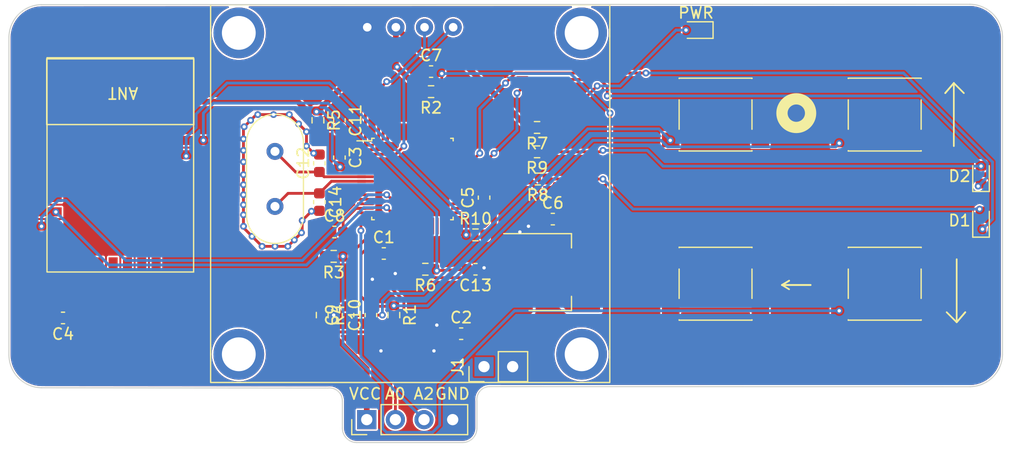
<source format=kicad_pcb>
(kicad_pcb (version 20211014) (generator pcbnew)
  (layers (0 "F.Cu" signal) (31 "B.Cu" signal) (34 "B.Paste" user) (35 "F.Paste" user) (36 "B.SilkS" user "B.Silkscreen") (37 "F.SilkS" user "F.Silkscreen") (38 "B.Mask" user) (39 "F.Mask" user) (44 "Edge.Cuts" user))
  (net 0 "")
  (net 1 "GND")
  (net 2 "VCC")
  (net 3 "+BATT")
  (net 4 "/INT3")
  (net 5 "/INT0")
  (net 6 "/INT1")
  (net 7 "/INT2")
  (net 8 "Net-(C11-Pad2)")
  (net 9 "/OSC_OUT")
  (net 10 "/RST")
  (net 11 "/OSC_IN")
  (net 12 "Net-(D1-Pad2)")
  (net 13 "/LED1")
  (net 14 "Net-(D2-Pad2)")
  (net 15 "/LED2")
  (net 16 "Net-(D3-Pad2)")
  (net 17 "/PA0")
  (net 18 "/PA2")
  (net 19 "/SCL")
  (net 20 "/SDA")
  (net 21 "/WAKE")
  (net 24 "/RX")
  (net 25 "/TX")
  (footprint "Capacitor_SMD:C_0603_1608Metric" (layer "F.Cu") (at 125.095 117.983)
    (fp_text reference "C2")
    (fp_text value "100n")
  )
  (footprint "Package_TO_SOT_SMD:SOT-223-3_TabPin2" (layer "F.Cu") (at 132.969 112.522)
    (fp_text reference "U1" hide)
    (fp_text value "AMS1117-3.3")
  )
  (footprint "Capacitor_SMD:C_0603_1608Metric" (layer "F.Cu") (at 127.127 105.918 90)
    (fp_text reference "C5")
    (fp_text value "100n")
  )
  (footprint "LED_SMD:LED_0603_1608Metric" (layer "F.Cu") (at 171.196 103.886 90)
    (fp_text reference "D3" hide)
    (fp_text value "LED")
  )
  (footprint "Resistor_SMD:R_0603_1608Metric" (layer "F.Cu") (at 112.395 99.06 -90)
    (fp_text reference "R5")
    (fp_text value "10K")
  )
  (footprint "Connector_PinHeader_2.54mm:PinHeader_1x04_P2.54mm_Vertical" (layer "F.Cu") (at 116.723 125.603 90)
    (fp_text reference "J2" hide)
    (fp_text value "Conn_01x04")
  )
  (footprint "Capacitor_SMD:C_0603_1608Metric" (layer "F.Cu") (at 126.365 112.268 180)
    (fp_text reference "C13")
    (fp_text value "100n")
  )
  (footprint "Resistor_SMD:R_0603_1608Metric" (layer "F.Cu") (at 113.792 111.125 180)
    (fp_text reference "R3")
    (fp_text value "10K")
  )
  (footprint "Resistor_SMD:R_0603_1608Metric" (layer "F.Cu") (at 131.826 101.854 180)
    (fp_text reference "R9")
    (fp_text value "1K")
  )
  (footprint "MyLib:1.3-in OLED" (layer "F.Cu") (at 120.577 105.559)
    (fp_text reference "J3" hide)
    (fp_text value "Conn_01x04")
  )
  (footprint "Button_Switch_SMD:SW_Push_1P1T_NO_6x6mm_H9.5mm" (layer "F.Cu") (at 162.654 98.552)
    (fp_text reference "SW1" hide)
    (fp_text value "SW_Push")
  )
  (footprint "Capacitor_SMD:C_0603_1608Metric" (layer "F.Cu") (at 122.428 94.742)
    (fp_text reference "C7")
    (fp_text value "100n")
  )
  (footprint "LED_SMD:LED_0603_1608Metric" (layer "F.Cu") (at 145.9485 91.059 180)
    (fp_text reference "D1" hide)
    (fp_text value "LED")
  )
  (footprint "Resistor_SMD:R_0603_1608Metric" (layer "F.Cu") (at 131.89 104.267 180)
    (fp_text reference "R8")
    (fp_text value "1K")
  )
  (footprint "Capacitor_SMD:C_0603_1608Metric" (layer "F.Cu") (at 133.223 107.823)
    (fp_text reference "C6")
    (fp_text value "100n")
  )
  (footprint "Button_Switch_SMD:SW_Push_1P1T_NO_6x6mm_H9.5mm" (layer "F.Cu") (at 147.654 98.552)
    (fp_text reference "SW4" hide)
    (fp_text value "SW_Push")
  )
  (footprint "Resistor_SMD:R_0603_1608Metric" (layer "F.Cu") (at 131.826 99.695 180)
    (fp_text reference "R7")
    (fp_text value "1K")
  )
  (footprint "Capacitor_SMD:C_0603_1608Metric" (layer "F.Cu") (at 117.094 116.332 90)
    (fp_text reference "C10")
    (fp_text value "100n")
  )
  (footprint "LED_SMD:LED_0603_1608Metric" (layer "F.Cu") (at 171.196 107.936 90)
    (fp_text reference "D2" hide)
    (fp_text value "LED")
  )
  (footprint "Capacitor_SMD:C_0603_1608Metric" (layer "F.Cu") (at 118.237 110.871)
    (fp_text reference "C1")
    (fp_text value "100n")
  )
  (footprint "Resistor_SMD:R_0603_1608Metric" (layer "F.Cu") (at 112.776 116.332 -90)
    (fp_text reference "R4")
    (fp_text value "10K")
  )
  (footprint "Resistor_SMD:R_0603_1608Metric" (layer "F.Cu") (at 119.126 116.332 -90)
    (fp_text reference "R1")
    (fp_text value "10K")
  )
  (footprint "Package_QFP:LQFP-64_7x7mm_P0.4mm" (layer "F.Cu") (at 120.777 104.267)
    (fp_text reference "U3" hide)
    (fp_text value "HT66F2390")
  )
  (footprint "Capacitor_SMD:C_0603_1608Metric" (layer "F.Cu") (at 112.522 106.312 -90)
    (fp_text reference "C14")
    (fp_text value "10p")
  )
  (footprint "Connector_PinHeader_2.54mm:PinHeader_1x02_P2.54mm_Vertical" (layer "F.Cu") (at 127.122 120.904 90)
    (fp_text reference "J1")
    (fp_text value "Conn_01x02")
  )
  (footprint "MyLib:E103-W05" (layer "F.Cu") (at 101.369 112.512 180)
    (fp_text reference "U2" hide)
    (fp_text value "E103-W05")
  )
  (footprint "Resistor_SMD:R_0603_1608Metric" (layer "F.Cu") (at 122.428 96.52 180)
    (fp_text reference "R2")
    (fp_text value "10K")
  )
  (footprint "Capacitor_SMD:C_0603_1608Metric" (layer "F.Cu") (at 115.062 116.332 90)
    (fp_text reference "C9")
    (fp_text value "100n")
  )
  (footprint "Button_Switch_SMD:SW_Push_1P1T_NO_6x6mm_H9.5mm" (layer "F.Cu") (at 147.654 113.552)
    (fp_text reference "SW2" hide)
    (fp_text value "SW_Push")
  )
  (footprint "Capacitor_SMD:C_0603_1608Metric" (layer "F.Cu") (at 113.855 108.966)
    (fp_text reference "C8")
    (fp_text value "100n")
  )
  (footprint "Resistor_SMD:R_0603_1608Metric" (layer "F.Cu") (at 121.92 112.268 180)
    (fp_text reference "R6")
    (fp_text value "10K")
  )
  (footprint "Capacitor_SMD:C_0603_1608Metric" (layer "F.Cu") (at 114.3 99.06 -90)
    (fp_text reference "C11")
    (fp_text value "100n")
  )
  (footprint "Capacitor_SMD:C_0603_1608Metric" (layer "F.Cu") (at 112.522 102.87 90)
    (fp_text reference "C12")
    (fp_text value "10p")
  )
  (footprint "Crystal:Crystal_HC49-4H_Vertical" (layer "F.Cu") (at 108.585 101.817 -90)
    (fp_text reference "Y1" hide)
    (fp_text value "11.0592M")
  )
  (footprint "Capacitor_SMD:C_0603_1608Metric" (layer "F.Cu") (at 114.3 102.362 -90)
    (fp_text reference "C3")
    (fp_text value "100n")
  )
  (footprint "Capacitor_SMD:C_0603_1608Metric" (layer "F.Cu") (at 89.789 116.586 180)
    (fp_text reference "C4")
    (fp_text value "100n")
  )
  (footprint "Resistor_SMD:R_0603_1608Metric" (layer "F.Cu") (at 126.365 109.22)
    (fp_text reference "R10")
    (fp_text value "10K")
  )
  (footprint "Button_Switch_SMD:SW_Push_1P1T_NO_6x6mm_H9.5mm" (layer "F.Cu") (at 162.654 113.552)
    (fp_text reference "SW3" hide)
    (fp_text value "SW_Push")
  )
  (gr_line (start 156.083 113.665) (end 153.543 113.665) (layer "F.SilkS") (width 0.15))
  (gr_line (start 154.178 113.284) (end 153.543 113.665) (layer "F.SilkS") (width 0.15))
  (gr_line (start 169.037 116.967) (end 169.799 116.078) (layer "F.SilkS") (width 0.15))
  (gr_line (start 153.543 113.665) (end 154.178 113.284) (layer "F.SilkS") (width 0.15))
  (gr_line (start 169.037 111.379) (end 169.037 116.967) (layer "F.SilkS") (width 0.15))
  (gr_line (start 169.037 116.967) (end 168.148 116.078) (layer "F.SilkS") (width 0.15))
  (gr_line (start 153.543 113.665) (end 154.178 114.046) (layer "F.SilkS") (width 0.15))
  (gr_circle (center 154.813 98.425) (end 156.083 98.425) (layer "F.SilkS") (width 1) (fill none))
  (gr_line (start 153.543 113.665) (end 156.083 113.665) (layer "F.SilkS") (width 0.15))
  (gr_line (start 168.021 96.647) (end 168.783 95.758) (layer "F.SilkS") (width 0.15))
  (gr_line (start 168.783 95.758) (end 169.672 96.647) (layer "F.SilkS") (width 0.15))
  (gr_line (start 169.799 116.078) (end 169.037 116.967) (layer "F.SilkS") (width 0.15))
  (gr_line (start 168.783 95.758) (end 168.021 96.647) (layer "F.SilkS") (width 0.15))
  (gr_line (start 168.783 101.346) (end 168.783 95.758) (layer "F.SilkS") (width 0.15))
  (gr_line (start 125.222 127.635) (end 115.824 127.635) (layer "Edge.Cuts") (width 0.1))
  (gr_line (start 114.563027 123.942974) (end 114.563026 126.355974) (layer "Edge.Cuts") (width 0.1))
  (gr_line (start 126.492001 123.952) (end 126.492 126.365) (layer "Edge.Cuts") (width 0.1))
  (gr_arc (start 126.492 126.365) (mid 126.120026 127.263026) (end 125.222 127.635) (layer "Edge.Cuts") (width 0.1))
  (gr_line (start 170.221711 122.682) (end 127.635 122.674967) (layer "Edge.Cuts") (width 0.1))
  (gr_line (start 173.100999 91.652289) (end 173.100999 119.802712) (layer "Edge.Cuts") (width 0.1))
  (gr_arc (start 170.221711 88.773001) (mid 172.245669 89.628331) (end 173.100999 91.652289) (layer "Edge.Cuts") (width 0.1))
  (gr_arc (start 126.492001 123.952) (mid 126.778078 123.058018) (end 127.635 122.674967) (layer "Edge.Cuts") (width 0.1))
  (gr_arc (start 113.285994 122.799975) (mid 114.179976 123.086052) (end 114.563027 123.942974) (layer "Edge.Cuts") (width 0.1))
  (gr_line (start 87.875958 88.80667) (end 170.221711 88.773001) (layer "Edge.Cuts") (width 0.1))
  (gr_arc (start 115.824 127.635) (mid 114.931276 127.254022) (end 114.563026 126.355974) (layer "Edge.Cuts") (width 0.1))
  (gr_line (start 84.99667 91.685958) (end 84.99667 119.896042) (layer "Edge.Cuts") (width 0.1))
  (gr_arc (start 84.99667 91.685958) (mid 85.852 89.662) (end 87.875958 88.80667) (layer "Edge.Cuts") (width 0.1))
  (gr_arc (start 87.875958 122.77533) (mid 85.852 121.92) (end 84.99667 119.896042) (layer "Edge.Cuts") (width 0.1))
  (gr_line (start 113.285994 122.799975) (end 87.875958 122.77533) (layer "Edge.Cuts") (width 0.1))
  (gr_arc (start 173.100999 119.802712) (mid 172.245669 121.82667) (end 170.221711 122.682) (layer "Edge.Cuts") (width 0.1))
  (gr_text "PWR" (at 145.923 89.535) (layer "F.SilkS") (effects (font (size 1 1))))
  (gr_text "GND" (at 124.333 123.317) (layer "F.SilkS") (effects (font (size 1 1))))
  (gr_text "D2" (at 169.291 104.013) (layer "F.SilkS") (effects (font (size 1 1))))
  (gr_text "A2" (at 121.793 123.317) (layer "F.SilkS") (effects (font (size 1 1))))
  (gr_text "VCC" (at 116.586 123.317) (layer "F.SilkS") (effects (font (size 1 1))))
  (gr_text "D1" (at 169.291 107.95) (layer "F.SilkS") (effects (font (size 1 1))))
  (gr_text "A0" (at 119.253 123.317) (layer "F.SilkS") (effects (font (size 1 1))))
  (segment (start 110.6805 99.3775) (end 111.379 100.076) (width 0.25) (layer "F.Cu") (net 1))
  (segment (start 111.861 107.087) (end 111.8235 107.1245) (width 0.25) (layer "F.Cu") (net 1))
  (segment (start 106.553 109.347) (end 105.791 108.585) (width 0.25) (layer "F.Cu") (net 1))
  (segment (start 105.791 107.442) (end 105.791 106.553) (width 0.25) (layer "F.Cu") (net 1))
  (segment (start 112.128 102.095) (end 112.522 102.095) (width 0.25) (layer "F.Cu") (net 1))
  (segment (start 105.791 104.775) (end 105.791 103.886) (width 0.25) (layer "F.Cu") (net 1))
  (segment (start 105.791 102.743) (end 105.791 101.727) (width 0.25) (layer "F.Cu") (net 1))
  (segment (start 110.998 108.966) (end 110.9345 109.0295) (width 0.25) (layer "F.Cu") (net 1))
  (segment (start 111.8235 107.1245) (end 110.998 107.95) (width 0.25) (layer "F.Cu") (net 1))
  (segment (start 105.791 101.727) (end 105.791 100.711) (width 0.25) (layer "F.Cu") (net 1))
  (segment (start 107.442 110.236) (end 106.553 109.347) (width 0.25) (layer "F.Cu") (net 1))
  (segment (start 106.934 98.552) (end 107.061 98.552) (width 0.25) (layer "F.Cu") (net 1))
  (segment (start 109.728 110.236) (end 108.585 110.236) (width 0.25) (layer "F.Cu") (net 1))
  (segment (start 106.426 99.06) (end 106.934 98.552) (width 0.25) (layer "F.Cu") (net 1))
  (segment (start 107.061 98.552) (end 108.458 98.552) (width 0.25) (layer "F.Cu") (net 1))
  (segment (start 105.791 100.711) (end 105.791 99.695) (width 0.25) (layer "F.Cu") (net 1))
  (segment (start 108.458 98.552) (end 109.855 98.552) (width 0.25) (layer "F.Cu") (net 1))
  (segment (start 110.2995 109.6645) (end 109.728 110.236) (width 0.25) (layer "F.Cu") (net 1))
  (segment (start 105.791 99.695) (end 105.8545 99.6315) (width 0.25) (layer "F.Cu") (net 1))
  (segment (start 112.522 107.087) (end 111.861 107.087) (width 0.25) (layer "F.Cu") (net 1))
  (segment (start 109.855 98.552) (end 110.6805 99.3775) (width 0.25) (layer "F.Cu") (net 1))
  (segment (start 105.791 108.458) (end 105.791 107.442) (width 0.25) (layer "F.Cu") (net 1))
  (segment (start 108.585 110.236) (end 107.442 110.236) (width 0.25) (layer "F.Cu") (net 1))
  (segment (start 110.9345 109.0295) (end 110.2995 109.6645) (width 0.25) (layer "F.Cu") (net 1))
  (segment (start 105.791 108.585) (end 105.791 108.458) (width 0.25) (layer "F.Cu") (net 1))
  (segment (start 105.791 105.664) (end 105.791 104.775) (width 0.25) (layer "F.Cu") (net 1))
  (segment (start 105.8545 99.6315) (end 106.426 99.06) (width 0.25) (layer "F.Cu") (net 1))
  (segment (start 111.379 101.346) (end 112.014 101.981) (width 0.25) (layer "F.Cu") (net 1))
  (segment (start 105.791 103.886) (end 105.791 102.743) (width 0.25) (layer "F.Cu") (net 1))
  (segment (start 111.379 100.076) (end 111.379 101.346) (width 0.25) (layer "F.Cu") (net 1))
  (segment (start 105.791 106.553) (end 105.791 105.664) (width 0.25) (layer "F.Cu") (net 1))
  (segment (start 112.014 101.981) (end 112.128 102.095) (width 0.25) (layer "F.Cu") (net 1))
  (segment (start 110.998 107.95) (end 110.998 108.966) (width 0.25) (layer "F.Cu") (net 1))
  (via (at 117.983 119.507) (size 0.6) (drill 0.3) (layers "F.Cu" "B.Cu") (net 1))
  (via (at 110.6805 99.3775) (size 0.6) (drill 0.3) (layers "F.Cu" "B.Cu") (net 1))
  (via (at 112.014 101.981) (size 0.6) (drill 0.3) (layers "F.Cu" "B.Cu") (net 1))
  (via (at 131.064 108.458) (size 0.6) (drill 0.3) (layers "F.Cu" "B.Cu") (net 1))
  (via (at 130.302 108.966) (size 0.6) (drill 0.3) (layers "F.Cu" "B.Cu") (net 1))
  (via (at 106.553 109.347) (size 0.6) (drill 0.3) (layers "F.Cu" "B.Cu") (net 1))
  (via (at 105.791 108.458) (size 0.6) (drill 0.3) (layers "F.Cu" "B.Cu") (net 1))
  (via (at 105.8545 99.6315) (size 0.6) (drill 0.3) (layers "F.Cu" "B.Cu") (net 1))
  (via (at 105.791 101.727) (size 0.6) (drill 0.3) (layers "F.Cu" "B.Cu") (net 1))
  (via (at 105.791 106.553) (size 0.6) (drill 0.3) (layers "F.Cu" "B.Cu") (net 1))
  (via (at 113.792 116.332) (size 0.6) (drill 0.3) (layers "F.Cu" "B.Cu") (net 1))
  (via (at 105.791 100.711) (size 0.6) (drill 0.3) (layers "F.Cu" "B.Cu") (net 1))
  (via (at 109.855 98.552) (size 0.6) (drill 0.3) (layers "F.Cu" "B.Cu") (net 1))
  (via (at 108.458 98.552) (size 0.6) (drill 0.3) (layers "F.Cu" "B.Cu") (net 1))
  (via (at 108.585 110.236) (size 0.6) (drill 0.3) (layers "F.Cu" "B.Cu") (net 1))
  (via (at 105.791 105.664) (size 0.6) (drill 0.3) (layers "F.Cu" "B.Cu") (net 1))
  (via (at 111.379 100.076) (size 0.6) (drill 0.3) (layers "F.Cu" "B.Cu") (net 1))
  (via (at 107.061 98.552) (size 0.6) (drill 0.3) (layers "F.Cu" "B.Cu") (net 1))
  (via (at 111.8235 107.1245) (size 0.6) (drill 0.3) (layers "F.Cu" "B.Cu") (net 1))
  (via (at 122.936 117.221) (size 0.6) (drill 0.3) (layers "F.Cu" "B.Cu") (net 1))
  (via (at 110.2995 109.6645) (size 0.6) (drill 0.3) (layers "F.Cu" "B.Cu") (net 1))
  (via (at 109.728 110.236) (size 0.6) (drill 0.3) (layers "F.Cu" "B.Cu") (net 1))
  (via (at 107.442 110.236) (size 0.6) (drill 0.3) (layers "F.Cu" "B.Cu") (net 1))
  (via (at 111.379 101.346) (size 0.6) (drill 0.3) (layers "F.Cu" "B.Cu") (net 1))
  (via (at 127.127 112.141) (size 0.6) (drill 0.3) (layers "F.Cu" "B.Cu") (net 1))
  (via (at 110.998 107.95) (size 0.6) (drill 0.3) (layers "F.Cu" "B.Cu") (net 1))
  (via (at 117.221 113.157) (size 0.6) (drill 0.3) (layers "F.Cu" "B.Cu") (net 1))
  (via (at 105.791 102.743) (size 0.6) (drill 0.3) (layers "F.Cu" "B.Cu") (net 1))
  (via (at 119.253 112.649) (size 0.6) (drill 0.3) (layers "F.Cu" "B.Cu") (net 1))
  (via (at 110.9345 109.0295) (size 0.6) (drill 0.3) (layers "F.Cu" "B.Cu") (net 1))
  (via (at 105.791 103.886) (size 0.6) (drill 0.3) (layers "F.Cu" "B.Cu") (net 1))
  (via (at 105.791 104.775) (size 0.6) (drill 0.3) (layers "F.Cu" "B.Cu") (net 1))
  (via (at 105.791 107.442) (size 0.6) (drill 0.3) (layers "F.Cu" "B.Cu") (net 1))
  (via (at 106.426 99.06) (size 0.6) (drill 0.3) (layers "F.Cu" "B.Cu") (net 1))
  (via (at 122.682 119.507) (size 0.6) (drill 0.3) (layers "F.Cu" "B.Cu") (net 1))
  (segment (start 114.357 103.194) (end 114.43 103.267) (width 0.25) (layer "F.Cu") (net 2))
  (segment (start 119.012 110.871) (end 119.777 110.106) (width 0.25) (layer "F.Cu") (net 2))
  (segment (start 86.614 103.893978) (end 86.614 114.186) (width 0.5) (layer "F.Cu") (net 2))
  (segment (start 114.43 103.267) (end 116.602 103.267) (width 0.25) (layer "F.Cu") (net 2))
  (segment (start 129.819 112.522) (end 129.32348 113.01752) (width 0.25) (layer "F.Cu") (net 2))
  (segment (start 119.307 94.224) (end 119.307 90.809) (width 0.5) (layer "F.Cu") (net 2))
  (segment (start 131.065 104.267) (end 128.003 104.267) (width 0.5) (layer "F.Cu") (net 2))
  (segment (start 112.395 98.235) (end 111.443 98.235) (width 0.5) (layer "F.Cu") (net 2))
  (segment (start 133.998 107.2) (end 131.065 104.267) (width 0.5) (layer "F.Cu") (net 2))
  (segment (start 131.065 104.267) (end 131.065 99.759) (width 0.5) (layer "F.Cu") (net 2))
  (segment (start 136.119 112.522) (end 136.119 109.944) (width 0.5) (layer "F.Cu") (net 2))
  (segment (start 119.412 94.329) (end 119.307 94.224) (width 0.5) (layer "F.Cu") (net 2))
  (segment (start 113.45052 117.83152) (end 112.776 117.157) (width 0.25) (layer "F.Cu") (net 2))
  (segment (start 119.126 117.157) (end 118.45148 117.83152) (width 0.25) (layer "F.Cu") (net 2))
  (segment (start 119.777 110.106) (end 119.777 108.442) (width 0.25) (layer "F.Cu") (net 2))
  (segment (start 133.998 107.823) (end 133.998 107.2) (width 0.5) (layer "F.Cu") (net 2))
  (segment (start 116.301 94.329) (end 112.395 98.235) (width 0.5) (layer "F.Cu") (net 2))
  (segment (start 104.282025 117.157) (end 112.776 117.157) (width 0.5) (layer "F.Cu") (net 2))
  (segment (start 111.443 98.235) (end 110.617 97.409) (width 0.5) (layer "F.Cu") (net 2))
  (segment (start 86.614 114.186) (end 89.014 116.586) (width 0.5) (layer "F.Cu") (net 2))
  (segment (start 90.815 103.368) (end 88.369 103.368) (width 0.5) (layer "F.Cu") (net 2))
  (segment (start 121.589 93.091) (end 119.307 90.809) (width 0.5) (layer "F.Cu") (net 2))
  (segment (start 112.967 111.125) (end 111.76 112.332) (width 0.25) (layer "F.Cu") (net 2))
  (segment (start 114.3 103.137) (end 114.357 103.194) (width 0.25) (layer "F.Cu") (net 2))
  (segment (start 116.723 121.104) (end 112.776 117.157) (width 0.5) (layer "F.Cu") (net 2))
  (segment (start 110.617 97.409) (end 96.774 97.409) (width 0.5) (layer "F.Cu") (net 2))
  (segment (start 111.76 112.332) (end 111.76 116.141) (width 0.25) (layer "F.Cu") (net 2))
  (segment (start 103.964025 117.475) (end 104.282025 117.157) (width 0.5) (layer "F.Cu") (net 2))
  (segment (start 128.00152 106.01752) (end 127.127 105.143) (width 0.5) (layer "F.Cu") (net 2))
  (segment (start 121.84452 113.01752) (end 129.32348 113.01752) (width 0.25) (layer "F.Cu") (net 2))
  (segment (start 119.412 94.329) (end 116.301 94.329) (width 0.5) (layer "F.Cu") (net 2))
  (segment (start 128.00152 108.40848) (end 128.00152 106.01752) (width 0.5) (layer "F.Cu") (net 2))
  (segment (start 124.952 104.867) (end 126.851 104.867) (width 0.25) (layer "F.Cu") (net 2))
  (segment (start 131.065 99.759) (end 131.001 99.695) (width 0.5) (layer "F.Cu") (net 2))
  (segment (start 131.001 99.695) (end 124.397 93.091) (width 0.5) (layer "F.Cu") (net 2))
  (segment (start 96.774 97.409) (end 90.815 103.368) (width 0.5) (layer "F.Cu") (net 2))
  (segment (start 127.19 109.22) (end 128.00152 108.40848) (width 0.5) (layer "F.Cu") (net 2))
  (segment (start 119.698 110.871) (end 121.095 112.268) (width 0.25) (layer "F.Cu") (net 2))
  (segment (start 89.014 116.586) (end 89.903 117.475) (width 0.5) (layer "F.Cu") (net 2))
  (segment (start 118.45148 117.83152) (end 113.45052 117.83152) (width 0.25) (layer "F.Cu") (net 2))
  (segment (start 88.369 103.368) (end 87.139978 103.368) (width 0.5) (layer "F.Cu") (net 2))
  (segment (start 136.119 109.944) (end 133.998 107.823) (width 0.5) (layer "F.Cu") (net 2))
  (segment (start 87.139978 103.368) (end 86.614 103.893978) (width 0.5) (layer "F.Cu") (net 2))
  (segment (start 121.095 112.268) (end 121.84452 113.01752) (width 0.25) (layer "F.Cu") (net 2))
  (segment (start 119.012 110.871) (end 119.698 110.871) (width 0.25) (layer "F.Cu") (net 2))
  (segment (start 111.76 116.141) (end 112.776 117.157) (width 0.25) (layer "F.Cu") (net 2))
  (segment (start 121.603 96.52) (end 119.412 94.329) (width 0.5) (layer "F.Cu") (net 2))
  (segment (start 89.903 117.475) (end 103.964025 117.475) (width 0.5) (layer "F.Cu") (net 2))
  (segment (start 126.851 104.867) (end 127.127 105.143) (width 0.25) (layer "F.Cu") (net 2))
  (segment (start 124.397 93.091) (end 121.589 93.091) (width 0.5) (layer "F.Cu") (net 2))
  (segment (start 128.003 104.267) (end 127.127 105.143) (width 0.5) (layer "F.Cu") (net 2))
  (segment (start 116.723 125.603) (end 116.723 121.104) (width 0.5) (layer "F.Cu") (net 2))
  (via (at 112.268 98.298) (size 0.6) (drill 0.3) (layers "F.Cu" "B.Cu") (net 2))
  (via (at 119.412 94.329) (size 0.6) (drill 0.3) (layers "F.Cu" "B.Cu") (net 2))
  (via (at 114.357 103.194) (size 0.6) (drill 0.3) (layers "F.Cu" "B.Cu") (net 2))
  (segment (start 113.665 102.502) (end 113.665 99.187) (width 0.25) (layer "B.Cu") (net 2))
  (segment (start 112.776 98.298) (end 112.268 98.298) (width 0.25) (layer "B.Cu") (net 2))
  (segment (start 113.665 99.187) (end 112.776 98.298) (width 0.25) (layer "B.Cu") (net 2))
  (segment (start 114.357 103.194) (end 113.665 102.502) (width 0.25) (layer "B.Cu") (net 2))
  (segment (start 143.679 115.802) (end 151.629 115.802) (width 0.25) (layer "F.Cu") (net 4))
  (segment (start 123.377 100.092) (end 123.377 94.916) (width 0.25) (layer "F.Cu") (net 4))
  (segment (start 138.303 98.425) (end 138.303 110.426) (width 0.25) (layer "F.Cu") (net 4))
  (segment (start 123.377 94.916) (end 123.203 94.742) (width 0.25) (layer "F.Cu") (net 4))
  (segment (start 138.303 110.426) (end 143.679 115.802) (width 0.25) (layer "F.Cu") (net 4))
  (via (at 138.303 98.425) (size 0.6) (drill 0.3) (layers "F.Cu" "B.Cu") (net 4))
  (via (at 123.377 94.916) (size 0.6) (drill 0.3) (layers "F.Cu" "B.Cu") (net 4))
  (segment (start 123.377 94.916) (end 134.794 94.916) (width 0.25) (layer "B.Cu") (net 4))
  (segment (start 134.794 94.916) (end 138.303 98.425) (width 0.25) (layer "B.Cu") (net 4))
  (segment (start 115.774422 106.867) (end 116.602 106.867) (width 0.25) (layer "F.Cu") (net 5))
  (segment (start 114.63 108.011422) (end 115.774422 106.867) (width 0.25) (layer "F.Cu") (net 5))
  (segment (start 114.63 108.966) (end 114.63 111.112) (width 0.25) (layer "F.Cu") (net 5))
  (segment (start 114.63 108.966) (end 114.63 108.011422) (width 0.25) (layer "F.Cu") (net 5))
  (segment (start 114.63 111.112) (end 114.617 111.125) (width 0.25) (layer "F.Cu") (net 5))
  (segment (start 158.679 115.802) (end 166.629 115.802) (width 0.25) (layer "F.Cu") (net 5))
  (via (at 114.617 111.125) (size 0.6) (drill 0.3) (layers "F.Cu" "B.Cu") (net 5))
  (via (at 158.623 115.951) (size 0.6) (drill 0.3) (layers "F.Cu" "B.Cu") (net 5))
  (segment (start 118.138489 126.393489) (end 118.472511 126.727511) (width 0.25) (layer "B.Cu") (net 5))
  (segment (start 123.19 122.586978) (end 129.190978 116.586) (width 0.25) (layer "B.Cu") (net 5))
  (segment (start 129.825978 115.951) (end 158.623 115.951) (width 0.25) (layer "B.Cu") (net 5))
  (segment (start 122.559767 126.727511) (end 123.19 126.097278) (width 0.25) (layer "B.Cu") (net 5))
  (segment (start 114.617 118.982006) (end 118.138489 122.503495) (width 0.25) (layer "B.Cu") (net 5))
  (segment (start 114.617 111.125) (end 114.617 118.982006) (width 0.25) (layer "B.Cu") (net 5))
  (segment (start 118.138489 122.503495) (end 118.138489 126.393489) (width 0.25) (layer "B.Cu") (net 5))
  (segment (start 118.472511 126.727511) (end 122.559767 126.727511) (width 0.25) (layer "B.Cu") (net 5))
  (segment (start 123.19 126.097278) (end 123.19 122.586978) (width 0.25) (layer "B.Cu") (net 5))
  (segment (start 129.190978 116.586) (end 129.825978 115.951) (width 0.25) (layer "B.Cu") (net 5))
  (segment (start 143.673 100.802) (end 151.629 100.802) (width 0.25) (layer "F.Cu") (net 6))
  (segment (start 115.88748 116.38248) (end 118.11 116.332) (width 0.25) (layer "F.Cu") (net 6))
  (segment (start 115.3095 115.3095) (end 115.062 115.557) (width 0.25) (layer "F.Cu") (net 6))
  (segment (start 115.012 115.507) (end 115.062 115.557) (width 0.25) (layer "F.Cu") (net 6))
  (segment (start 112.776 115.507) (end 115.012 115.507) (width 0.25) (layer "F.Cu") (net 6))
  (segment (start 115.062 115.557) (end 115.88748 116.38248) (width 0.25) (layer "F.Cu") (net 6))
  (segment (start 115.316 110.903) (end 115.316 115.303) (width 0.25) (layer "F.Cu") (net 6))
  (segment (start 115.316 115.303) (end 115.3095 115.3095) (width 0.25) (layer "F.Cu") (net 6))
  (segment (start 118.11 116.332) (end 118.05952 116.38248) (width 0.25) (layer "F.Cu") (net 6))
  (segment (start 143.637 100.838) (end 143.673 100.802) (width 0.25) (layer "F.Cu") (net 6))
  (segment (start 117.777 108.442) (end 115.316 110.903) (width 0.25) (layer "F.Cu") (net 6))
  (via (at 143.637 100.838) (size 0.6) (drill 0.3) (layers "F.Cu" "B.Cu") (net 6))
  (via (at 118.11 116.332) (size 0.6) (drill 0.3) (layers "F.Cu" "B.Cu") (net 6))
  (segment (start 142.621 99.822) (end 143.637 100.838) (width 0.25) (layer "B.Cu") (net 6))
  (segment (start 118.745 114.427) (end 121.716482 114.427) (width 0.25) (layer "B.Cu") (net 6))
  (segment (start 118.11 116.332) (end 118.11 115.062) (width 0.25) (layer "B.Cu") (net 6))
  (segment (start 136.321482 99.822) (end 142.621 99.822) (width 0.25) (layer "B.Cu") (net 6))
  (segment (start 121.716482 114.427) (end 136.321482 99.822) (width 0.25) (layer "B.Cu") (net 6))
  (segment (start 118.11 115.062) (end 118.745 114.427) (width 0.25) (layer "B.Cu") (net 6))
  (segment (start 119.076 115.557) (end 119.126 115.507) (width 0.25) (layer "F.Cu") (net 7))
  (segment (start 158.679 100.802) (end 166.629 100.802) (width 0.25) (layer "F.Cu") (net 7))
  (segment (start 117.46252 110.12148) (end 117.030093 110.12148) (width 0.25) (layer "F.Cu") (net 7))
  (segment (start 118.177 109.407) (end 117.46252 110.12148) (width 0.25) (layer "F.Cu") (net 7))
  (segment (start 116.205 114.668) (end 117.094 115.557) (width 0.25) (layer "F.Cu") (net 7))
  (segment (start 116.205 110.946573) (end 116.205 114.668) (width 0.25) (layer "F.Cu") (net 7))
  (segment (start 117.030093 110.12148) (end 116.205 110.946573) (width 0.25) (layer "F.Cu") (net 7))
  (segment (start 117.094 115.557) (end 119.076 115.557) (width 0.25) (layer "F.Cu") (net 7))
  (segment (start 118.177 108.442) (end 118.177 109.407) (width 0.25) (layer "F.Cu") (net 7))
  (via (at 119.126 115.507) (size 0.6) (drill 0.3) (layers "F.Cu" "B.Cu") (net 7))
  (via (at 158.623 101.092) (size 0.6) (drill 0.3) (layers "F.Cu" "B.Cu") (net 7))
  (segment (start 143.399029 101.412511) (end 158.302489 101.412511) (width 0.25) (layer "B.Cu") (net 7))
  (segment (start 158.302489 101.412511) (end 158.623 101.092) (width 0.25) (layer "B.Cu") (net 7))
  (segment (start 122.11 115.507) (end 136.779 100.838) (width 0.25) (layer "B.Cu") (net 7))
  (segment (start 136.779 100.838) (end 142.824518 100.838) (width 0.25) (layer "B.Cu") (net 7))
  (segment (start 119.126 115.507) (end 122.11 115.507) (width 0.25) (layer "B.Cu") (net 7))
  (segment (start 142.824518 100.838) (end 143.399029 101.412511) (width 0.25) (layer "B.Cu") (net 7))
  (segment (start 114.25 99.885) (end 114.3 99.835) (width 0.25) (layer "F.Cu") (net 8))
  (segment (start 116.602 102.867) (end 116.60152 102.86748) (width 0.25) (layer "F.Cu") (net 8))
  (segment (start 112.395 99.885) (end 114.25 99.885) (width 0.25) (layer "F.Cu") (net 8))
  (segment (start 115.04952 100.58452) (end 114.3 99.835) (width 0.25) (layer "F.Cu") (net 8))
  (segment (start 116.60152 102.86748) (end 115.69448 102.86748) (width 0.25) (layer "F.Cu") (net 8))
  (segment (start 115.04952 102.22252) (end 115.04952 100.58452) (width 0.25) (layer "F.Cu") (net 8))
  (segment (start 115.69448 102.86748) (end 115.04952 102.22252) (width 0.25) (layer "F.Cu") (net 8))
  (segment (start 116.602 104.467) (end 113.592 104.467) (width 0.25) (layer "F.Cu") (net 9))
  (segment (start 109.745 105.537) (end 112.522 105.537) (width 0.25) (layer "F.Cu") (net 9))
  (segment (start 113.592 104.467) (end 112.522 105.537) (width 0.25) (layer "F.Cu") (net 9))
  (segment (start 108.585 106.697) (end 109.745 105.537) (width 0.25) (layer "F.Cu") (net 9))
  (segment (start 122.745 112.268) (end 122.936 112.395) (width 0.25) (layer "F.Cu") (net 10))
  (segment (start 122.936 112.395) (end 125.59 112.268) (width 0.25) (layer "F.Cu") (net 10))
  (segment (start 121.777 108.442) (end 121.777 111.3) (width 0.25) (layer "F.Cu") (net 10))
  (segment (start 121.777 111.3) (end 122.745 112.268) (width 0.25) (layer "F.Cu") (net 10))
  (via (at 122.936 112.395) (size 0.6) (drill 0.3) (layers "F.Cu" "B.Cu") (net 10))
  (via (at 102.235 100.838) (size 0.6) (drill 0.3) (layers "F.Cu" "B.Cu") (net 10))
  (segment (start 102.235 100.838) (end 102.235 100.965) (width 0.25) (layer "B.Cu") (net 10))
  (segment (start 103.124 97.536) (end 102.235 98.425) (width 0.25) (layer "B.Cu") (net 10))
  (segment (start 102.235 98.425) (end 102.235 100.838) (width 0.25) (layer "B.Cu") (net 10))
  (segment (start 122.936 112.395) (end 122.936 107.188) (width 0.25) (layer "B.Cu") (net 10))
  (segment (start 122.936 107.188) (end 113.284 97.536) (width 0.25) (layer "B.Cu") (net 10))
  (segment (start 113.284 97.536) (end 103.124 97.536) (width 0.25) (layer "B.Cu") (net 10))
  (segment (start 108.585 101.817) (end 110.413 103.645) (width 0.25) (layer "F.Cu") (net 11))
  (segment (start 110.413 103.645) (end 112.522 103.645) (width 0.25) (layer "F.Cu") (net 11))
  (segment (start 116.602 104.067) (end 112.944 104.067) (width 0.25) (layer "F.Cu") (net 11))
  (segment (start 112.944 104.067) (end 112.522 103.645) (width 0.25) (layer "F.Cu") (net 11))
  (segment (start 132.651 99.695) (end 133.477 99.695) (width 0.25) (layer "F.Cu") (net 12))
  (segment (start 133.477 99.695) (end 137.16 96.012) (width 0.25) (layer "F.Cu") (net 12))
  (via (at 145.034 91.059) (size 0.6) (drill 0.3) (layers "F.Cu" "B.Cu") (net 12))
  (via (at 137.16 96.012) (size 0.6) (drill 0.3) (layers "F.Cu" "B.Cu") (net 12))
  (segment (start 137.16 96.012) (end 139.192 96.012) (width 0.25) (layer "B.Cu") (net 12))
  (segment (start 139.192 96.012) (end 144.145 91.059) (width 0.25) (layer "B.Cu") (net 12))
  (segment (start 144.145 91.059) (end 145.034 91.059) (width 0.25) (layer "B.Cu") (net 12))
  (segment (start 137.397971 95.437489) (end 131.257511 95.437489) (width 0.25) (layer "F.Cu") (net 13))
  (segment (start 124.952 103.267) (end 126.73 103.267) (width 0.25) (layer "F.Cu") (net 13))
  (segment (start 138.049 96.901) (end 138.049 96.088518) (width 0.25) (layer "F.Cu") (net 13))
  (segment (start 126.73 103.267) (end 128.016 101.981) (width 0.25) (layer "F.Cu") (net 13))
  (segment (start 131.257511 95.437489) (end 130.048 96.647) (width 0.25) (layer "F.Cu") (net 13))
  (segment (start 138.049 96.088518) (end 137.397971 95.437489) (width 0.25) (layer "F.Cu") (net 13))
  (via (at 128.016 101.981) (size 0.6) (drill 0.3) (layers "F.Cu" "B.Cu") (net 13))
  (via (at 170.942 104.902) (size 0.6) (drill 0.3) (layers "F.Cu" "B.Cu") (net 13))
  (via (at 130.048 96.647) (size 0.6) (drill 0.3) (layers "F.Cu" "B.Cu") (net 13))
  (via (at 138.049 96.901) (size 0.6) (drill 0.3) (layers "F.Cu" "B.Cu") (net 13))
  (segment (start 171.770511 104.073489) (end 171.770511 102.886029) (width 0.25) (layer "B.Cu") (net 13))
  (segment (start 165.785482 96.901) (end 138.049 96.901) (width 0.25) (layer "B.Cu") (net 13))
  (segment (start 130.048 99.949) (end 128.016 101.981) (width 0.25) (layer "B.Cu") (net 13))
  (segment (start 170.942 104.902) (end 171.770511 104.073489) (width 0.25) (layer "B.Cu") (net 13))
  (segment (start 130.048 96.647) (end 130.048 99.949) (width 0.25) (layer "B.Cu") (net 13))
  (segment (start 171.770511 102.886029) (end 165.785482 96.901) (width 0.25) (layer "B.Cu") (net 13))
  (segment (start 132.715 104.267) (end 137.668 104.267) (width 0.25) (layer "F.Cu") (net 14))
  (via (at 171.069 106.934) (size 0.6) (drill 0.3) (layers "F.Cu" "B.Cu") (net 14))
  (via (at 137.668 104.267) (size 0.6) (drill 0.3) (layers "F.Cu" "B.Cu") (net 14))
  (segment (start 137.668 104.267) (end 140.335 106.934) (width 0.25) (layer "B.Cu") (net 14))
  (segment (start 140.335 106.934) (end 171.069 106.934) (width 0.25) (layer "B.Cu") (net 14))
  (segment (start 124.952 102.867) (end 125.86 102.867) (width 0.25) (layer "F.Cu") (net 15))
  (segment (start 125.86 102.867) (end 126.746 101.981) (width 0.25) (layer "F.Cu") (net 15))
  (segment (start 129.921 94.869) (end 129.032 95.758) (width 0.25) (layer "F.Cu") (net 15))
  (segment (start 141.478 94.869) (end 129.921 94.869) (width 0.25) (layer "F.Cu") (net 15))
  (via (at 171.323 108.712) (size 0.6) (drill 0.3) (layers "F.Cu" "B.Cu") (net 15))
  (via (at 126.746 101.981) (size 0.6) (drill 0.3) (layers "F.Cu" "B.Cu") (net 15))
  (via (at 141.478 94.869) (size 0.6) (drill 0.3) (layers "F.Cu" "B.Cu") (net 15))
  (via (at 129.032 95.758) (size 0.6) (drill 0.3) (layers "F.Cu" "B.Cu") (net 15))
  (segment (start 164.318488 94.869) (end 141.478 94.869) (width 0.25) (layer "B.Cu") (net 15))
  (segment (start 126.746 101.981) (end 126.746 98.044) (width 0.25) (layer "B.Cu") (net 15))
  (segment (start 126.746 98.044) (end 129.032 95.758) (width 0.25) (layer "B.Cu") (net 15))
  (segment (start 172.212 107.823) (end 172.212 102.762512) (width 0.25) (layer "B.Cu") (net 15))
  (segment (start 171.323 108.712) (end 172.212 107.823) (width 0.25) (layer "B.Cu") (net 15))
  (segment (start 172.212 102.762512) (end 164.318488 94.869) (width 0.25) (layer "B.Cu") (net 15))
  (segment (start 132.651 101.854) (end 137.541 101.854) (width 0.25) (layer "F.Cu") (net 16))
  (segment (start 137.541 101.854) (end 137.668 101.727) (width 0.25) (layer "F.Cu") (net 16))
  (via (at 171.196 103.124) (size 0.6) (drill 0.3) (layers "F.Cu" "B.Cu") (net 16))
  (via (at 137.668 101.727) (size 0.6) (drill 0.3) (layers "F.Cu" "B.Cu") (net 16))
  (segment (start 137.668 101.727) (end 141.605 101.727) (width 0.25) (layer "B.Cu") (net 16))
  (segment (start 143.002 103.124) (end 171.196 103.124) (width 0.25) (layer "B.Cu") (net 16))
  (segment (start 141.605 101.727) (end 143.002 103.124) (width 0.25) (layer "B.Cu") (net 16))
  (segment (start 118.18652 110.515053) (end 118.18652 113.23352) (width 0.25) (layer "F.Cu") (net 17))
  (segment (start 118.577 108.442) (end 118.577 110.124573) (width 0.25) (layer "F.Cu") (net 17))
  (segment (start 118.577 110.124573) (end 118.18652 110.515053) (width 0.25) (layer "F.Cu") (net 17))
  (segment (start 118.18652 113.23352) (end 120.015 115.062) (width 0.25) (layer "F.Cu") (net 17))
  (segment (start 119.263 119.624) (end 119.263 125.603) (width 0.25) (layer "F.Cu") (net 17))
  (segment (start 120.015 115.062) (end 120.015 118.872) (width 0.25) (layer "F.Cu") (net 17))
  (segment (start 120.015 118.872) (end 119.263 119.624) (width 0.25) (layer "F.Cu") (net 17))
  (segment (start 116.602 107.267) (end 116.205 107.664) (width 0.25) (layer "F.Cu") (net 18))
  (segment (start 116.205 107.664) (end 116.205 108.839) (width 0.25) (layer "F.Cu") (net 18))
  (via (at 116.205 108.839) (size 0.6) (drill 0.3) (layers "F.Cu" "B.Cu") (net 18))
  (segment (start 116.205 108.839) (end 116.205 120.005) (width 0.25) (layer "B.Cu") (net 18))
  (segment (start 116.205 120.005) (end 121.803 125.603) (width 0.25) (layer "B.Cu") (net 18))
  (segment (start 116.602 101.267) (end 116.602 97.52) (width 0.25) (layer "F.Cu") (net 19))
  (segment (start 116.602 97.52) (end 118.491 95.631) (width 0.25) (layer "F.Cu") (net 19))
  (via (at 118.491 95.631) (size 0.6) (drill 0.3) (layers "F.Cu" "B.Cu") (net 19))
  (segment (start 118.491 95.631) (end 118.922482 95.631) (width 0.25) (layer "B.Cu") (net 19))
  (segment (start 121.847 92.706482) (end 121.847 90.809) (width 0.25) (layer "B.Cu") (net 19))
  (segment (start 118.922482 95.631) (end 121.847 92.706482) (width 0.25) (layer "B.Cu") (net 19))
  (segment (start 116.602 102.067) (end 119.294 102.067) (width 0.25) (layer "F.Cu") (net 20))
  (segment (start 119.294 102.067) (end 120.015 101.346) (width 0.25) (layer "F.Cu") (net 20))
  (via (at 120.015 101.346) (size 0.6) (drill 0.3) (layers "F.Cu" "B.Cu") (net 20))
  (segment (start 120.015 101.346) (end 120.015 95.181) (width 0.25) (layer "B.Cu") (net 20))
  (segment (start 120.015 95.181) (end 124.387 90.809) (width 0.25) (layer "B.Cu") (net 20))
  (segment (start 124.555 109.22) (end 123.777 108.442) (width 0.25) (layer "F.Cu") (net 21))
  (segment (start 125.54 109.22) (end 124.555 109.22) (width 0.25) (layer "F.Cu") (net 21))
  (via (at 100.711 102.235) (size 0.6) (drill 0.3) (layers "F.Cu" "B.Cu") (net 21))
  (via (at 125.54 109.22) (size 0.6) (drill 0.3) (layers "F.Cu" "B.Cu") (net 21))
  (segment (start 104.336994 95.758) (end 101.6 98.494994) (width 0.25) (layer "B.Cu") (net 21))
  (segment (start 125.54 107.887) (end 113.411 95.758) (width 0.25) (layer "B.Cu") (net 21))
  (segment (start 100.711 100.584) (end 100.711 102.235) (width 0.25) (layer "B.Cu") (net 21))
  (segment (start 113.411 95.758) (end 104.336994 95.758) (width 0.25) (layer "B.Cu") (net 21))
  (segment (start 101.6 98.494994) (end 101.6 99.695) (width 0.25) (layer "B.Cu") (net 21))
  (segment (start 101.6 99.695) (end 100.711 100.584) (width 0.25) (layer "B.Cu") (net 21))
  (segment (start 125.54 109.22) (end 125.54 107.887) (width 0.25) (layer "B.Cu") (net 21))
  (segment (start 118.977 107.293) (end 118.491 106.807) (width 0.25) (layer "F.Cu") (net 24))
  (segment (start 118.977 108.442) (end 118.977 107.293) (width 0.25) (layer "F.Cu") (net 24))
  (via (at 118.491 106.807) (size 0.6) (drill 0.3) (layers "F.Cu" "B.Cu") (net 24))
  (via (at 89.154 107.188) (size 0.6) (drill 0.3) (layers "F.Cu" "B.Cu") (net 24))
  (segment (start 93.853 111.887) (end 89.154 107.188) (width 0.25) (layer "B.Cu") (net 24))
  (segment (start 116.459 106.807) (end 111.379 111.887) (width 0.25) (layer "B.Cu") (net 24))
  (segment (start 118.491 106.807) (end 116.459 106.807) (width 0.25) (layer "B.Cu") (net 24))
  (segment (start 111.379 111.887) (end 93.853 111.887) (width 0.25) (layer "B.Cu") (net 24))
  (segment (start 119.377 106.423) (end 118.491 105.664) (width 0.25) (layer "F.Cu") (net 25))
  (segment (start 119.377 108.442) (end 119.377 106.423) (width 0.25) (layer "F.Cu") (net 25))
  (segment (start 118.491 105.664) (end 118.618 105.664) (width 0.25) (layer "F.Cu") (net 25))
  (via (at 118.491 105.664) (size 0.6) (drill 0.3) (layers "F.Cu" "B.Cu") (net 25))
  (via (at 87.884 108.458) (size 0.6) (drill 0.3) (layers "F.Cu" "B.Cu") (net 25))
  (segment (start 116.84 105.664) (end 111.01652 111.48748) (width 0.25) (layer "B.Cu") (net 25))
  (segment (start 111.01652 111.48748) (end 95.35848 111.48748) (width 0.25) (layer "B.Cu") (net 25))
  (segment (start 118.491 105.664) (end 116.84 105.664) (width 0.25) (layer "B.Cu") (net 25))
  (segment (start 87.884 107.645518) (end 87.884 108.458) (width 0.25) (layer "B.Cu") (net 25))
  (segment (start 89.357518 106.172) (end 87.884 107.645518) (width 0.25) (layer "B.Cu") (net 25))
  (segment (start 90.043 106.172) (end 89.357518 106.172) (width 0.25) (layer "B.Cu") (net 25))
  (segment (start 95.35848 111.48748) (end 90.043 106.172) (width 0.25) (layer "B.Cu") (net 25))
  (zone (net 0) (net_name "") (layers F&B.Cu) (connect_pads yes (clearance 0)) (min_thickness 0.254)
    (keepout (tracks allowed) (vias allowed) (pads allowed) (copperpour not_allowed) (footprints allowed))
    (fill (thermal_gap 0.508) (thermal_bridge_width 0.508))
    (polygon (pts (xy 111.633 99.695) (xy 111.633 101.092) (xy 111.887 101.346) (xy 113.157 101.346) (xy 113.157 103.886) (xy 117.348 103.886) (xy 117.348 104.648) (xy 114.046 104.648) (xy 113.03 105.283) (xy 113.03 107.569) (xy 111.506 107.95) (xy 111.506 109.347) (xy 110.109 110.617) (xy 107.061 110.617) (xy 105.41 108.839) (xy 105.537 99.06) (xy 106.68 98.171) (xy 110.236 98.171)))
  )
  (zone (net 3) (net_name "+BATT") (layer "F.Cu") (priority 3) (connect_pads yes (clearance 0.254)) (min_thickness 0.254) (fill yes (thermal_gap 0.508) (thermal_bridge_width 0.508))
    (polygon (pts (xy 131.445 116.078) (xy 128.397 119.126) (xy 128.397 122.301) (xy 125.222 122.301) (xy 125.222 113.792) (xy 131.445 113.792)))
  )
  (zone (net 2) (net_name "VCC") (layer "F.Cu") (priority 2) (connect_pads yes (clearance 0.254)) (min_thickness 0.254) (fill yes (thermal_gap 0.508) (thermal_bridge_width 0.508))
    (polygon (pts (xy 137.414 108.966) (xy 137.414 116.078) (xy 134.62 116.078) (xy 131.699 113.411) (xy 128.27 113.411) (xy 128.27 111.379) (xy 131.445 111.379) (xy 134.747 108.966)))
  )
  (zone (net 1) (net_name "GND") (layers F&B.Cu) (connect_pads yes (clearance 0.15)) (min_thickness 0.15) (fill yes (thermal_gap 0.508) (thermal_bridge_width 0.508))
    (polygon (pts (xy 175.006 128.143) (xy 84.328 128.397) (xy 84.201 88.519) (xy 173.355 88.392)))
  )
)
</source>
